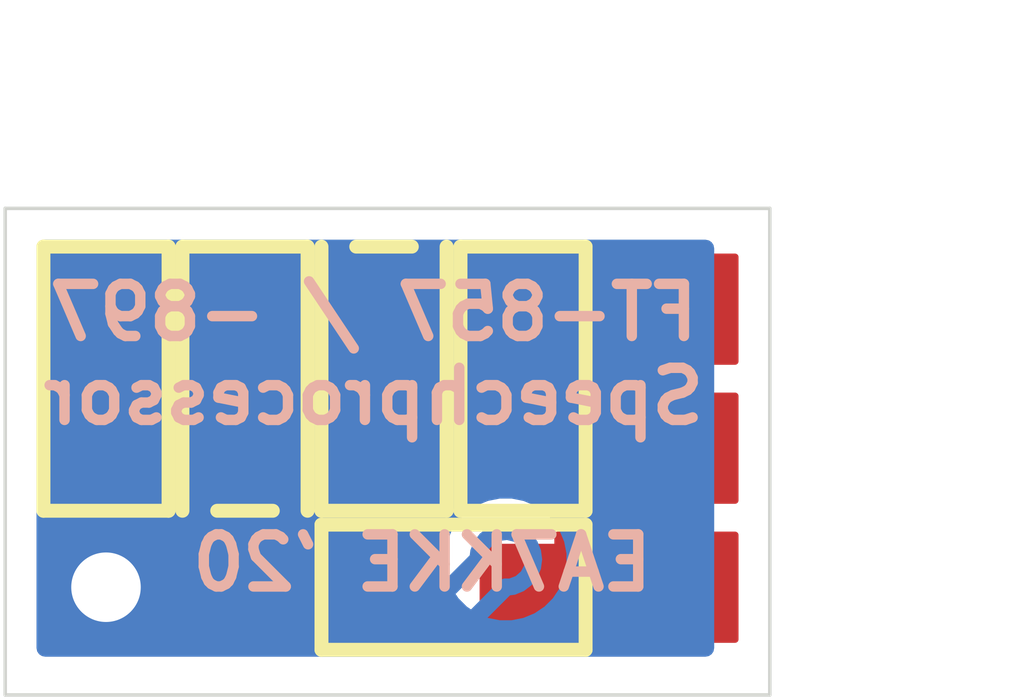
<source format=kicad_pcb>
(kicad_pcb (version 20171130) (host pcbnew 5.1.8)

  (general
    (thickness 1.6)
    (drawings 19)
    (tracks 8)
    (zones 0)
    (modules 6)
    (nets 5)
  )

  (page A4)
  (layers
    (0 F.Cu signal)
    (31 B.Cu signal)
    (32 B.Adhes user)
    (33 F.Adhes user)
    (34 B.Paste user)
    (35 F.Paste user)
    (36 B.SilkS user)
    (37 F.SilkS user)
    (38 B.Mask user)
    (39 F.Mask user)
    (40 Dwgs.User user)
    (41 Cmts.User user)
    (42 Eco1.User user)
    (43 Eco2.User user)
    (44 Edge.Cuts user)
    (45 Margin user)
    (46 B.CrtYd user)
    (47 F.CrtYd user)
    (48 B.Fab user)
    (49 F.Fab user)
  )

  (setup
    (last_trace_width 0.25)
    (user_trace_width 1.25)
    (user_trace_width 1.5)
    (trace_clearance 0.2)
    (zone_clearance 0.25)
    (zone_45_only no)
    (trace_min 0.2)
    (via_size 0.8)
    (via_drill 0.4)
    (via_min_size 0.4)
    (via_min_drill 0.3)
    (uvia_size 0.3)
    (uvia_drill 0.1)
    (uvias_allowed no)
    (uvia_min_size 0.2)
    (uvia_min_drill 0.1)
    (edge_width 0.05)
    (segment_width 0.2)
    (pcb_text_width 0.3)
    (pcb_text_size 1.5 1.5)
    (mod_edge_width 0.15)
    (mod_text_size 0.75 0.75)
    (mod_text_width 0.15)
    (pad_size 0.2 0.2)
    (pad_drill 0)
    (pad_to_mask_clearance 0)
    (aux_axis_origin 0 0)
    (visible_elements FFFFFF7F)
    (pcbplotparams
      (layerselection 0x010fc_ffffffff)
      (usegerberextensions false)
      (usegerberattributes true)
      (usegerberadvancedattributes true)
      (creategerberjobfile true)
      (excludeedgelayer true)
      (linewidth 0.100000)
      (plotframeref false)
      (viasonmask false)
      (mode 1)
      (useauxorigin false)
      (hpglpennumber 1)
      (hpglpenspeed 20)
      (hpglpendiameter 15.000000)
      (psnegative false)
      (psa4output false)
      (plotreference true)
      (plotvalue true)
      (plotinvisibletext false)
      (padsonsilk false)
      (subtractmaskfromsilk false)
      (outputformat 1)
      (mirror false)
      (drillshape 1)
      (scaleselection 1)
      (outputdirectory ""))
  )

  (net 0 "")
  (net 1 "Net-(C1-Pad1)")
  (net 2 "Net-(C1-Pad2)")
  (net 3 Earth)
  (net 4 "Net-(C2-Pad1)")

  (net_class Default "This is the default net class."
    (clearance 0.2)
    (trace_width 0.25)
    (via_dia 0.8)
    (via_drill 0.4)
    (uvia_dia 0.3)
    (uvia_drill 0.1)
    (add_net Earth)
    (add_net "Net-(C1-Pad1)")
    (add_net "Net-(C1-Pad2)")
    (add_net "Net-(C2-Pad1)")
  )

  (module NicerFootprints:andresgongora (layer B.Cu) (tedit 5FC2B64E) (tstamp 5FE9BECD)
    (at 129.2 114.45 180)
    (attr smd)
    (fp_text reference Ref** (at 0.4 -1.8) (layer B.SilkS) hide
      (effects (font (size 1 1) (thickness 0.15)) (justify mirror))
    )
    (fp_text value andresgongora (at 0 -1.8) (layer B.Fab) hide
      (effects (font (size 1 1) (thickness 0.15)) (justify mirror))
    )
    (pad 0 smd custom (at 0 0 180) (size 0.2 0.2) (layers B.Cu)
      (net 3 Earth) (zone_connect 2)
      (options (clearance outline) (anchor circle))
      (primitives
        (gr_arc (start 0 0.4) (end 0 0) (angle -270) (width 0.25))
        (gr_circle (center 0 0.4) (end 1 0.4) (width 0.25))
        (gr_line (start 0 0) (end 0.4 -0.4) (width 0.25))
        (gr_line (start 0.4 0.4) (end 0.8 0) (width 0.25))
        (gr_line (start 1 -0.6) (end -1 -0.6) (width 0.25))
        (gr_line (start 1 1.4) (end 1 -0.6) (width 0.25))
        (gr_line (start 1 -0.6) (end 0.8 -0.4) (width 0.25))
        (gr_line (start -1 1.4) (end 1 1.4) (width 0.25))
        (gr_line (start -1 1.4) (end -0.8 1.2) (width 0.25))
        (gr_line (start -1 -0.6) (end -1 1.4) (width 0.25))
        (gr_line (start -1 -0.6) (end -0.8 -0.4) (width 0.25))
        (gr_line (start 1 1.4) (end 0.8 1.2) (width 0.25))
      ))
  )

  (module NicerFootprints:SMD_0805 (layer F.Cu) (tedit 5FB970B6) (tstamp 5FE9BF96)
    (at 128.45 114.45 270)
    (tags "resistor capacitor inductor smd")
    (path /5FC2AB32)
    (attr smd)
    (fp_text reference C2 (at 0 3 180) (layer F.SilkS) hide
      (effects (font (size 0.75 0.75) (thickness 0.15)))
    )
    (fp_text value 150p (at 0.05 -0.05 180) (layer F.Fab)
      (effects (font (size 1 1) (thickness 0.15)))
    )
    (fp_line (start 0.6 1) (end 0.6 -0.7) (layer F.Fab) (width 0.1))
    (fp_line (start 0.6 -0.7) (end 0.3 -1) (layer F.Fab) (width 0.1))
    (fp_line (start 0.3 -1) (end -0.6 -1) (layer F.Fab) (width 0.1))
    (fp_line (start -0.6 -1) (end -0.6 1) (layer F.Fab) (width 0.1))
    (fp_line (start -0.6 1) (end 0.6 1) (layer F.Fab) (width 0.1))
    (fp_line (start 0.9 1.9) (end 0.9 -1.9) (layer F.SilkS) (width 0.2))
    (fp_line (start 0.9 -1.9) (end -0.9 -1.9) (layer F.SilkS) (width 0.2))
    (fp_line (start -0.9 -1.9) (end -0.9 1.9) (layer F.SilkS) (width 0.2))
    (fp_line (start -0.75 -1.75) (end 0.75 -1.75) (layer F.CrtYd) (width 0.05))
    (fp_line (start 0.75 -1.75) (end 0.75 1.75) (layer F.CrtYd) (width 0.05))
    (fp_line (start 0.75 1.75) (end -0.75 1.75) (layer F.CrtYd) (width 0.05))
    (fp_line (start -0.75 1.75) (end -0.75 -1.75) (layer F.CrtYd) (width 0.05))
    (fp_line (start -0.9 1.9) (end 0.9 1.9) (layer F.SilkS) (width 0.2))
    (fp_text user %R (at 0 0 180) (layer F.Fab)
      (effects (font (size 0.5 0.5) (thickness 0.08)))
    )
    (pad 1 smd rect (at 0 -1 180) (size 1.25 1.25) (layers F.Cu F.Paste F.Mask)
      (net 4 "Net-(C2-Pad1)"))
    (pad 2 smd rect (at 0 1 180) (size 1.25 1.25) (layers F.Cu F.Paste F.Mask)
      (net 3 Earth))
    (model ${KISYS3DMOD}/Resistor_SMD.3dshapes/R_0805_2012Metric.wrl
      (at (xyz 0 0 0))
      (scale (xyz 1 1 1))
      (rotate (xyz 0 0 -90))
    )
  )

  (module NicerFootprints:SMD_0805_Polarized (layer F.Cu) (tedit 5FBFD0E9) (tstamp 5FE9BF5D)
    (at 125.45 111.45)
    (tags "diode zener polarized")
    (path /5FC2A90D)
    (attr smd)
    (fp_text reference D2 (at 0 0) (layer F.SilkS) hide
      (effects (font (size 0.75 0.75) (thickness 0.15)))
    )
    (fp_text value BAT85 (at 0.05 0.05 270) (layer F.Fab)
      (effects (font (size 1 1) (thickness 0.15)))
    )
    (fp_line (start 0.6 1) (end 0.6 -0.7) (layer F.Fab) (width 0.1))
    (fp_line (start 0.6 -0.7) (end 0.3 -1) (layer F.Fab) (width 0.1))
    (fp_line (start 0.3 -1) (end -0.6 -1) (layer F.Fab) (width 0.1))
    (fp_line (start -0.6 -1) (end -0.6 1) (layer F.Fab) (width 0.1))
    (fp_line (start -0.6 1) (end 0.6 1) (layer F.Fab) (width 0.1))
    (fp_line (start 0.9 1.9) (end 0.9 -1.9) (layer F.SilkS) (width 0.2))
    (fp_line (start 0.9 -1.9) (end -0.9 -1.9) (layer F.SilkS) (width 0.2))
    (fp_line (start -0.9 -1.9) (end -0.9 1.9) (layer F.SilkS) (width 0.2))
    (fp_line (start -0.75 -1.75) (end 0.75 -1.75) (layer F.CrtYd) (width 0.05))
    (fp_line (start 0.75 -1.75) (end 0.75 1.75) (layer F.CrtYd) (width 0.05))
    (fp_line (start 0.75 1.75) (end -0.75 1.75) (layer F.CrtYd) (width 0.05))
    (fp_line (start -0.75 1.75) (end -0.75 -1.75) (layer F.CrtYd) (width 0.05))
    (fp_line (start -0.4 1.9) (end 0.4 1.9) (layer F.SilkS) (width 0.2))
    (fp_text user %R (at 0 0 270) (layer F.Fab)
      (effects (font (size 1 1) (thickness 0.15)))
    )
    (pad 1 smd rect (at 0 1 270) (size 1.25 1.25) (layers F.Cu F.Paste F.Mask)
      (net 1 "Net-(C1-Pad1)"))
    (pad 2 smd rect (at 0 -1 270) (size 1.25 1.25) (layers F.Cu F.Paste F.Mask)
      (net 2 "Net-(C1-Pad2)"))
    (model ${KISYS3DMOD}/Diode_SMD.3dshapes/D_0805_2012Metric.wrl
      (at (xyz 0 0 0))
      (scale (xyz 1 1 1))
      (rotate (xyz 0 0 -90))
    )
  )

  (module NicerFootprints:SMD_0805_Polarized (layer F.Cu) (tedit 5FBFD0E9) (tstamp 5FE9BF21)
    (at 127.45 111.45 180)
    (tags "diode zener polarized")
    (path /5FC2A634)
    (attr smd)
    (fp_text reference D1 (at 0 2.5) (layer F.SilkS) hide
      (effects (font (size 0.75 0.75) (thickness 0.15)))
    )
    (fp_text value BAT85 (at -0.05 -0.05 270) (layer F.Fab)
      (effects (font (size 1 1) (thickness 0.15)))
    )
    (fp_line (start 0.6 1) (end 0.6 -0.7) (layer F.Fab) (width 0.1))
    (fp_line (start 0.6 -0.7) (end 0.3 -1) (layer F.Fab) (width 0.1))
    (fp_line (start 0.3 -1) (end -0.6 -1) (layer F.Fab) (width 0.1))
    (fp_line (start -0.6 -1) (end -0.6 1) (layer F.Fab) (width 0.1))
    (fp_line (start -0.6 1) (end 0.6 1) (layer F.Fab) (width 0.1))
    (fp_line (start 0.9 1.9) (end 0.9 -1.9) (layer F.SilkS) (width 0.2))
    (fp_line (start 0.9 -1.9) (end -0.9 -1.9) (layer F.SilkS) (width 0.2))
    (fp_line (start -0.9 -1.9) (end -0.9 1.9) (layer F.SilkS) (width 0.2))
    (fp_line (start -0.75 -1.75) (end 0.75 -1.75) (layer F.CrtYd) (width 0.05))
    (fp_line (start 0.75 -1.75) (end 0.75 1.75) (layer F.CrtYd) (width 0.05))
    (fp_line (start 0.75 1.75) (end -0.75 1.75) (layer F.CrtYd) (width 0.05))
    (fp_line (start -0.75 1.75) (end -0.75 -1.75) (layer F.CrtYd) (width 0.05))
    (fp_line (start -0.4 1.9) (end 0.4 1.9) (layer F.SilkS) (width 0.2))
    (fp_text user %R (at 0 0 270) (layer F.Fab)
      (effects (font (size 1 1) (thickness 0.15)))
    )
    (pad 1 smd rect (at 0 1 90) (size 1.25 1.25) (layers F.Cu F.Paste F.Mask)
      (net 2 "Net-(C1-Pad2)"))
    (pad 2 smd rect (at 0 -1 90) (size 1.25 1.25) (layers F.Cu F.Paste F.Mask)
      (net 1 "Net-(C1-Pad1)"))
    (model ${KISYS3DMOD}/Diode_SMD.3dshapes/D_0805_2012Metric.wrl
      (at (xyz 0 0 0))
      (scale (xyz 1 1 1))
      (rotate (xyz 0 0 -90))
    )
  )

  (module NicerFootprints:SMD_0805 (layer F.Cu) (tedit 5FB970B6) (tstamp 5FE9BEE8)
    (at 129.45 111.45 180)
    (tags "resistor capacitor inductor smd")
    (path /5FC2A013)
    (attr smd)
    (fp_text reference C1 (at 0 2.5) (layer F.SilkS) hide
      (effects (font (size 0.75 0.75) (thickness 0.15)))
    )
    (fp_text value 150p (at -0.05 -0.05 270) (layer F.Fab)
      (effects (font (size 1 1) (thickness 0.15)))
    )
    (fp_line (start 0.6 1) (end 0.6 -0.7) (layer F.Fab) (width 0.1))
    (fp_line (start 0.6 -0.7) (end 0.3 -1) (layer F.Fab) (width 0.1))
    (fp_line (start 0.3 -1) (end -0.6 -1) (layer F.Fab) (width 0.1))
    (fp_line (start -0.6 -1) (end -0.6 1) (layer F.Fab) (width 0.1))
    (fp_line (start -0.6 1) (end 0.6 1) (layer F.Fab) (width 0.1))
    (fp_line (start 0.9 1.9) (end 0.9 -1.9) (layer F.SilkS) (width 0.2))
    (fp_line (start 0.9 -1.9) (end -0.9 -1.9) (layer F.SilkS) (width 0.2))
    (fp_line (start -0.9 -1.9) (end -0.9 1.9) (layer F.SilkS) (width 0.2))
    (fp_line (start -0.75 -1.75) (end 0.75 -1.75) (layer F.CrtYd) (width 0.05))
    (fp_line (start 0.75 -1.75) (end 0.75 1.75) (layer F.CrtYd) (width 0.05))
    (fp_line (start 0.75 1.75) (end -0.75 1.75) (layer F.CrtYd) (width 0.05))
    (fp_line (start -0.75 1.75) (end -0.75 -1.75) (layer F.CrtYd) (width 0.05))
    (fp_line (start -0.9 1.9) (end 0.9 1.9) (layer F.SilkS) (width 0.2))
    (fp_text user %R (at 0 0 270) (layer F.Fab)
      (effects (font (size 1 1) (thickness 0.15)))
    )
    (pad 1 smd rect (at 0 -1 90) (size 1.25 1.25) (layers F.Cu F.Paste F.Mask)
      (net 1 "Net-(C1-Pad1)"))
    (pad 2 smd rect (at 0 1 90) (size 1.25 1.25) (layers F.Cu F.Paste F.Mask)
      (net 2 "Net-(C1-Pad2)"))
    (model ${KISYS3DMOD}/Resistor_SMD.3dshapes/R_0805_2012Metric.wrl
      (at (xyz 0 0 0))
      (scale (xyz 1 1 1))
      (rotate (xyz 0 0 -90))
    )
  )

  (module NicerFootprints:SMD_0805 (layer F.Cu) (tedit 5FB970B6) (tstamp 5FE9BE97)
    (at 123.45 111.45)
    (tags "resistor capacitor inductor smd")
    (path /5FC2AF5F)
    (attr smd)
    (fp_text reference e (at 0.1 0) (layer F.SilkS) hide
      (effects (font (size 0.75 0.75) (thickness 0.15)))
    )
    (fp_text value 680k (at 0.05 0 270) (layer F.Fab)
      (effects (font (size 1 1) (thickness 0.15)))
    )
    (fp_line (start 0.6 1) (end 0.6 -0.7) (layer F.Fab) (width 0.1))
    (fp_line (start 0.6 -0.7) (end 0.3 -1) (layer F.Fab) (width 0.1))
    (fp_line (start 0.3 -1) (end -0.6 -1) (layer F.Fab) (width 0.1))
    (fp_line (start -0.6 -1) (end -0.6 1) (layer F.Fab) (width 0.1))
    (fp_line (start -0.6 1) (end 0.6 1) (layer F.Fab) (width 0.1))
    (fp_line (start 0.9 1.9) (end 0.9 -1.9) (layer F.SilkS) (width 0.2))
    (fp_line (start 0.9 -1.9) (end -0.9 -1.9) (layer F.SilkS) (width 0.2))
    (fp_line (start -0.9 -1.9) (end -0.9 1.9) (layer F.SilkS) (width 0.2))
    (fp_line (start -0.75 -1.75) (end 0.75 -1.75) (layer F.CrtYd) (width 0.05))
    (fp_line (start 0.75 -1.75) (end 0.75 1.75) (layer F.CrtYd) (width 0.05))
    (fp_line (start 0.75 1.75) (end -0.75 1.75) (layer F.CrtYd) (width 0.05))
    (fp_line (start -0.75 1.75) (end -0.75 -1.75) (layer F.CrtYd) (width 0.05))
    (fp_line (start -0.9 1.9) (end 0.9 1.9) (layer F.SilkS) (width 0.2))
    (fp_text user %R (at 0 0 270) (layer F.Fab)
      (effects (font (size 1 1) (thickness 0.15)))
    )
    (pad 1 smd rect (at 0 -1 270) (size 1.25 1.25) (layers F.Cu F.Paste F.Mask)
      (net 2 "Net-(C1-Pad2)"))
    (pad 2 smd rect (at 0 1 270) (size 1.25 1.25) (layers F.Cu F.Paste F.Mask)
      (net 1 "Net-(C1-Pad1)"))
    (model ${KISYS3DMOD}/Resistor_SMD.3dshapes/R_0805_2012Metric.wrl
      (at (xyz 0 0 0))
      (scale (xyz 1 1 1))
      (rotate (xyz 0 0 -90))
    )
  )

  (gr_line (start 122 116) (end 122 109) (layer Dwgs.User) (width 0.15) (tstamp 5FE9C0E6))
  (gr_line (start 133 116) (end 122 116) (layer Dwgs.User) (width 0.15))
  (gr_line (start 133 109) (end 133 116) (layer Dwgs.User) (width 0.15))
  (gr_line (start 122 109) (end 133 109) (layer Dwgs.User) (width 0.15))
  (dimension 11 (width 0.15) (layer Cmts.User)
    (gr_text "11,000 mm" (at 127.5 106.7) (layer Cmts.User)
      (effects (font (size 1 1) (thickness 0.15)))
    )
    (feature1 (pts (xy 133 109) (xy 133 107.413579)))
    (feature2 (pts (xy 122 109) (xy 122 107.413579)))
    (crossbar (pts (xy 122 108) (xy 133 108)))
    (arrow1a (pts (xy 133 108) (xy 131.873496 108.586421)))
    (arrow1b (pts (xy 133 108) (xy 131.873496 107.413579)))
    (arrow2a (pts (xy 122 108) (xy 123.126504 108.586421)))
    (arrow2b (pts (xy 122 108) (xy 123.126504 107.413579)))
  )
  (dimension 7 (width 0.15) (layer Cmts.User)
    (gr_text "7,000 mm" (at 135.3 112.5 270) (layer Cmts.User)
      (effects (font (size 1 1) (thickness 0.15)))
    )
    (feature1 (pts (xy 133 116) (xy 134.586421 116)))
    (feature2 (pts (xy 133 109) (xy 134.586421 109)))
    (crossbar (pts (xy 134 109) (xy 134 116)))
    (arrow1a (pts (xy 134 116) (xy 133.413579 114.873496)))
    (arrow1b (pts (xy 134 116) (xy 134.586421 114.873496)))
    (arrow2a (pts (xy 134 109) (xy 133.413579 110.126504)))
    (arrow2b (pts (xy 134 109) (xy 134.586421 110.126504)))
  )
  (gr_line (start 122 116) (end 122 109) (layer Edge.Cuts) (width 0.05) (tstamp 5FE9C0CB))
  (gr_line (start 133 116) (end 122 116) (layer Edge.Cuts) (width 0.05))
  (gr_line (start 133 109) (end 133 116) (layer Edge.Cuts) (width 0.05))
  (gr_line (start 122 109) (end 133 109) (layer Edge.Cuts) (width 0.05))
  (gr_text "FT-857 / -897\nSpeechprocessor" (at 127.3 111.1) (layer B.SilkS) (tstamp 5FE9BE6A)
    (effects (font (size 0.75 0.75) (thickness 0.15)) (justify mirror))
  )
  (gr_text "EA7KKE '20" (at 128 114.1) (layer B.SilkS) (tstamp 5FE9BE76)
    (effects (font (size 0.75 0.75) (thickness 0.15)) (justify mirror))
  )
  (gr_poly (pts (xy 132.5 115.2) (xy 129.95 115.2) (xy 129.95 113.7) (xy 132.5 113.7)) (layer F.Cu) (width 0.1) (tstamp 5FE9BE79))
  (gr_poly (pts (xy 132.5 113.2) (xy 129.95 113.2) (xy 129.95 111.7) (xy 132.5 111.7)) (layer F.Cu) (width 0.1) (tstamp 5FE9BE73))
  (gr_poly (pts (xy 132.5 111.2) (xy 129.95 111.2) (xy 129.95 109.7) (xy 132.5 109.7)) (layer F.Cu) (width 0.1) (tstamp 5FE9BEC7))
  (gr_poly (pts (xy 124.45 115.45) (xy 122.45 115.45) (xy 122.45 113.7) (xy 124.45 113.7)) (layer F.Mask) (width 0.1) (tstamp 5FE9BE61))
  (gr_poly (pts (xy 132.5 115.2) (xy 130.9 115.2) (xy 130.9 113.7) (xy 132.5 113.7)) (layer F.Mask) (width 0.1) (tstamp 5FE9BE6D))
  (gr_poly (pts (xy 132.5 113.2) (xy 130.9 113.2) (xy 130.9 111.7) (xy 132.5 111.7)) (layer F.Mask) (width 0.1) (tstamp 5FE9BFBD))
  (gr_poly (pts (xy 132.5 111.2) (xy 130.9 111.2) (xy 130.9 109.7) (xy 132.5 109.7)) (layer F.Mask) (width 0.1) (tstamp 5FE9BE5B))

  (segment (start 123.45 112.45) (end 129.45 112.45) (width 1.25) (layer F.Cu) (net 1) (tstamp 5FE9BE58))
  (segment (start 123.45 110.45) (end 129.45 110.45) (width 1.25) (layer F.Cu) (net 2) (tstamp 5FE9BE64))
  (via (at 123.45 114.45) (size 1.5) (drill 1) (layers F.Cu B.Cu) (net 3) (tstamp 5FE9BF48))
  (segment (start 127.45 114.45) (end 123.45 114.45) (width 1.25) (layer F.Cu) (net 3) (tstamp 5FE9BEC1))
  (segment (start 129.2 114.45) (end 128.7 114.95) (width 0.25) (layer B.Cu) (net 3) (tstamp 5FE9BFC0))
  (segment (start 129.2 114.45) (end 128.45 115.2) (width 0.25) (layer B.Cu) (net 3) (tstamp 5FE9BFC3))
  (segment (start 128.45 115.2) (end 127.7 114.45) (width 0.25) (layer B.Cu) (net 3) (tstamp 5FE9BEC4))
  (segment (start 127.7 114.45) (end 123.45 114.45) (width 0.25) (layer B.Cu) (net 3) (tstamp 5FE9BE55))

  (zone (net 3) (net_name Earth) (layer F.Cu) (tstamp 5FE9BE82) (hatch edge 0.508)
    (connect_pads (clearance 0.5))
    (min_thickness 0.25)
    (fill yes (arc_segments 32) (thermal_gap 0.508) (thermal_bridge_width 0.508))
    (polygon
      (pts
        (xy 128.45 115.45) (xy 122.45 115.45) (xy 122.45 109.45) (xy 128.45 109.45)
      )
    )
    (filled_polygon
      (pts
        (xy 122.702479 113.690957) (xy 122.825 113.703024) (xy 124.075 113.703024) (xy 124.105704 113.7) (xy 124.794296 113.7)
        (xy 124.825 113.703024) (xy 126.075 113.703024) (xy 126.105704 113.7) (xy 126.201435 113.7) (xy 126.201159 113.70091)
        (xy 126.188937 113.825) (xy 126.192 114.16275) (xy 126.35025 114.321) (xy 127.321 114.321) (xy 127.321 114.301)
        (xy 127.579 114.301) (xy 127.579 114.321) (xy 127.599 114.321) (xy 127.599 114.579) (xy 127.579 114.579)
        (xy 127.579 114.599) (xy 127.321 114.599) (xy 127.321 114.579) (xy 126.35025 114.579) (xy 126.192 114.73725)
        (xy 126.188937 115.075) (xy 126.201159 115.19909) (xy 126.224186 115.275) (xy 122.625 115.275) (xy 122.625 113.667454)
      )
    )
  )
  (zone (net 3) (net_name Earth) (layer B.Cu) (tstamp 5FE9BE7F) (hatch edge 0.508)
    (connect_pads yes (clearance 0.25))
    (min_thickness 0.25)
    (fill yes (arc_segments 32) (thermal_gap 0.5) (thermal_bridge_width 0.5))
    (polygon
      (pts
        (xy 132.2 109.45) (xy 122.45 109.45) (xy 122.45 115.45) (xy 132.2 115.45)
      )
    )
    (filled_polygon
      (pts
        (xy 132.075 115.325) (xy 122.575 115.325) (xy 122.575 113.1) (xy 128.075 113.1) (xy 128.075 115.1)
        (xy 128.077402 115.124386) (xy 128.084515 115.147835) (xy 128.096066 115.169446) (xy 128.111612 115.188388) (xy 128.130554 115.203934)
        (xy 128.152165 115.215485) (xy 128.175614 115.222598) (xy 128.2 115.225) (xy 130.2 115.225) (xy 130.224386 115.222598)
        (xy 130.247835 115.215485) (xy 130.269446 115.203934) (xy 130.288388 115.188388) (xy 130.303934 115.169446) (xy 130.315485 115.147835)
        (xy 130.322598 115.124386) (xy 130.325 115.1) (xy 130.325 113.1) (xy 130.322598 113.075614) (xy 130.315485 113.052165)
        (xy 130.303934 113.030554) (xy 130.288388 113.011612) (xy 130.269446 112.996066) (xy 130.247835 112.984515) (xy 130.224386 112.977402)
        (xy 130.2 112.975) (xy 128.2 112.975) (xy 128.175614 112.977402) (xy 128.152165 112.984515) (xy 128.130554 112.996066)
        (xy 128.111612 113.011612) (xy 128.096066 113.030554) (xy 128.084515 113.052165) (xy 128.077402 113.075614) (xy 128.075 113.1)
        (xy 122.575 113.1) (xy 122.575 109.575) (xy 132.075 109.575)
      )
    )
  )
  (zone (net 0) (net_name "") (layer B.Cu) (tstamp 5FE9BE7C) (hatch edge 0.508)
    (connect_pads yes (clearance 0.25))
    (min_thickness 0.25)
    (keepout (tracks not_allowed) (vias not_allowed) (copperpour not_allowed))
    (fill (arc_segments 32) (thermal_gap 0.5) (thermal_bridge_width 0.5))
    (polygon
      (pts
        (xy 130.2 115.1) (xy 128.2 115.1) (xy 128.2 113.1) (xy 130.2 113.1)
      )
    )
  )
)

</source>
